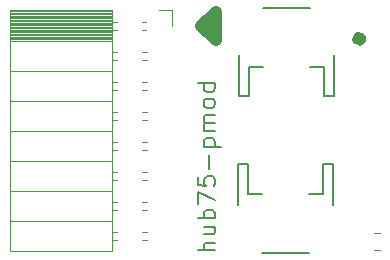
<source format=gbr>
G04 #@! TF.GenerationSoftware,KiCad,Pcbnew,5.1.5-52549c5~84~ubuntu19.10.1*
G04 #@! TF.CreationDate,2020-04-09T07:07:27-07:00*
G04 #@! TF.ProjectId,hub-75-pmod,6875622d-3735-42d7-906d-6f642e6b6963,rev?*
G04 #@! TF.SameCoordinates,PX2857260PY1dea728*
G04 #@! TF.FileFunction,Legend,Top*
G04 #@! TF.FilePolarity,Positive*
%FSLAX46Y46*%
G04 Gerber Fmt 4.6, Leading zero omitted, Abs format (unit mm)*
G04 Created by KiCad (PCBNEW 5.1.5-52549c5~84~ubuntu19.10.1) date 2020-04-09 07:07:27*
%MOMM*%
%LPD*%
G04 APERTURE LIST*
%ADD10C,1.000000*%
%ADD11C,0.200000*%
%ADD12C,0.120000*%
%ADD13C,0.203200*%
G04 APERTURE END LIST*
D10*
X10100000Y-3031000D02*
X8900000Y-1831000D01*
X10100000Y-631000D02*
X10100000Y-3031000D01*
X8900000Y-1831000D02*
X10100000Y-631000D01*
D11*
X10078571Y-20852428D02*
X8578571Y-20852428D01*
X10078571Y-20209571D02*
X9292857Y-20209571D01*
X9150000Y-20281000D01*
X9078571Y-20423857D01*
X9078571Y-20638142D01*
X9150000Y-20781000D01*
X9221428Y-20852428D01*
X9078571Y-18852428D02*
X10078571Y-18852428D01*
X9078571Y-19495285D02*
X9864285Y-19495285D01*
X10007142Y-19423857D01*
X10078571Y-19281000D01*
X10078571Y-19066714D01*
X10007142Y-18923857D01*
X9935714Y-18852428D01*
X10078571Y-18138142D02*
X8578571Y-18138142D01*
X9150000Y-18138142D02*
X9078571Y-17995285D01*
X9078571Y-17709571D01*
X9150000Y-17566714D01*
X9221428Y-17495285D01*
X9364285Y-17423857D01*
X9792857Y-17423857D01*
X9935714Y-17495285D01*
X10007142Y-17566714D01*
X10078571Y-17709571D01*
X10078571Y-17995285D01*
X10007142Y-18138142D01*
X8578571Y-16923857D02*
X8578571Y-15923857D01*
X10078571Y-16566714D01*
X8578571Y-14638142D02*
X8578571Y-15352428D01*
X9292857Y-15423857D01*
X9221428Y-15352428D01*
X9150000Y-15209571D01*
X9150000Y-14852428D01*
X9221428Y-14709571D01*
X9292857Y-14638142D01*
X9435714Y-14566714D01*
X9792857Y-14566714D01*
X9935714Y-14638142D01*
X10007142Y-14709571D01*
X10078571Y-14852428D01*
X10078571Y-15209571D01*
X10007142Y-15352428D01*
X9935714Y-15423857D01*
X9507142Y-13923857D02*
X9507142Y-12781000D01*
X9078571Y-12066714D02*
X10578571Y-12066714D01*
X9150000Y-12066714D02*
X9078571Y-11923857D01*
X9078571Y-11638142D01*
X9150000Y-11495285D01*
X9221428Y-11423857D01*
X9364285Y-11352428D01*
X9792857Y-11352428D01*
X9935714Y-11423857D01*
X10007142Y-11495285D01*
X10078571Y-11638142D01*
X10078571Y-11923857D01*
X10007142Y-12066714D01*
X10078571Y-10709571D02*
X9078571Y-10709571D01*
X9221428Y-10709571D02*
X9150000Y-10638142D01*
X9078571Y-10495285D01*
X9078571Y-10281000D01*
X9150000Y-10138142D01*
X9292857Y-10066714D01*
X10078571Y-10066714D01*
X9292857Y-10066714D02*
X9150000Y-9995285D01*
X9078571Y-9852428D01*
X9078571Y-9638142D01*
X9150000Y-9495285D01*
X9292857Y-9423857D01*
X10078571Y-9423857D01*
X10078571Y-8495285D02*
X10007142Y-8638142D01*
X9935714Y-8709571D01*
X9792857Y-8781000D01*
X9364285Y-8781000D01*
X9221428Y-8709571D01*
X9150000Y-8638142D01*
X9078571Y-8495285D01*
X9078571Y-8281000D01*
X9150000Y-8138142D01*
X9221428Y-8066714D01*
X9364285Y-7995285D01*
X9792857Y-7995285D01*
X9935714Y-8066714D01*
X10007142Y-8138142D01*
X10078571Y-8281000D01*
X10078571Y-8495285D01*
X10078571Y-6709571D02*
X8578571Y-6709571D01*
X10007142Y-6709571D02*
X10078571Y-6852428D01*
X10078571Y-7138142D01*
X10007142Y-7281000D01*
X9935714Y-7352428D01*
X9792857Y-7423857D01*
X9364285Y-7423857D01*
X9221428Y-7352428D01*
X9150000Y-7281000D01*
X9078571Y-7138142D01*
X9078571Y-6852428D01*
X9150000Y-6709571D01*
D12*
X5324000Y-500000D02*
X6434000Y-500000D01*
X6434000Y-500000D02*
X6434000Y-1830000D01*
X-7306000Y-500000D02*
X-7306000Y-20940000D01*
X-7306000Y-20940000D02*
X1324000Y-20940000D01*
X1324000Y-500000D02*
X1324000Y-20940000D01*
X-7306000Y-500000D02*
X1324000Y-500000D01*
X-7306000Y-18340000D02*
X1324000Y-18340000D01*
X-7306000Y-15800000D02*
X1324000Y-15800000D01*
X-7306000Y-13260000D02*
X1324000Y-13260000D01*
X-7306000Y-10720000D02*
X1324000Y-10720000D01*
X-7306000Y-8180000D02*
X1324000Y-8180000D01*
X-7306000Y-5640000D02*
X1324000Y-5640000D01*
X-7306000Y-3100000D02*
X1324000Y-3100000D01*
X3834000Y-19970000D02*
X4274000Y-19970000D01*
X1324000Y-19970000D02*
X1734000Y-19970000D01*
X3834000Y-19250000D02*
X4274000Y-19250000D01*
X1324000Y-19250000D02*
X1734000Y-19250000D01*
X3834000Y-17430000D02*
X4274000Y-17430000D01*
X1324000Y-17430000D02*
X1734000Y-17430000D01*
X3834000Y-16710000D02*
X4274000Y-16710000D01*
X1324000Y-16710000D02*
X1734000Y-16710000D01*
X3834000Y-14890000D02*
X4274000Y-14890000D01*
X1324000Y-14890000D02*
X1734000Y-14890000D01*
X3834000Y-14170000D02*
X4274000Y-14170000D01*
X1324000Y-14170000D02*
X1734000Y-14170000D01*
X3834000Y-12350000D02*
X4274000Y-12350000D01*
X1324000Y-12350000D02*
X1734000Y-12350000D01*
X3834000Y-11630000D02*
X4274000Y-11630000D01*
X1324000Y-11630000D02*
X1734000Y-11630000D01*
X3834000Y-9810000D02*
X4274000Y-9810000D01*
X1324000Y-9810000D02*
X1734000Y-9810000D01*
X3834000Y-9090000D02*
X4274000Y-9090000D01*
X1324000Y-9090000D02*
X1734000Y-9090000D01*
X3834000Y-7270000D02*
X4274000Y-7270000D01*
X1324000Y-7270000D02*
X1734000Y-7270000D01*
X3834000Y-6550000D02*
X4274000Y-6550000D01*
X1324000Y-6550000D02*
X1734000Y-6550000D01*
X3834000Y-4730000D02*
X4274000Y-4730000D01*
X1324000Y-4730000D02*
X1734000Y-4730000D01*
X3834000Y-4010000D02*
X4274000Y-4010000D01*
X1324000Y-4010000D02*
X1734000Y-4010000D01*
X3834000Y-2190000D02*
X4214000Y-2190000D01*
X1324000Y-2190000D02*
X1734000Y-2190000D01*
X3834000Y-1470000D02*
X4214000Y-1470000D01*
X1324000Y-1470000D02*
X1734000Y-1470000D01*
X-7306000Y-2981900D02*
X1324000Y-2981900D01*
X-7306000Y-2863805D02*
X1324000Y-2863805D01*
X-7306000Y-2745710D02*
X1324000Y-2745710D01*
X-7306000Y-2627615D02*
X1324000Y-2627615D01*
X-7306000Y-2509520D02*
X1324000Y-2509520D01*
X-7306000Y-2391425D02*
X1324000Y-2391425D01*
X-7306000Y-2273330D02*
X1324000Y-2273330D01*
X-7306000Y-2155235D02*
X1324000Y-2155235D01*
X-7306000Y-2037140D02*
X1324000Y-2037140D01*
X-7306000Y-1919045D02*
X1324000Y-1919045D01*
X-7306000Y-1800950D02*
X1324000Y-1800950D01*
X-7306000Y-1682855D02*
X1324000Y-1682855D01*
X-7306000Y-1564760D02*
X1324000Y-1564760D01*
X-7306000Y-1446665D02*
X1324000Y-1446665D01*
X-7306000Y-1328570D02*
X1324000Y-1328570D01*
X-7306000Y-1210475D02*
X1324000Y-1210475D01*
X-7306000Y-1092380D02*
X1324000Y-1092380D01*
X-7306000Y-974285D02*
X1324000Y-974285D01*
X-7306000Y-856190D02*
X1324000Y-856190D01*
X-7306000Y-738095D02*
X1324000Y-738095D01*
X-7306000Y-620000D02*
X1324000Y-620000D01*
D13*
X14022000Y-21034000D02*
X18022000Y-21034000D01*
X12022000Y-13534000D02*
X12022000Y-17034000D01*
X12822000Y-13534000D02*
X12022000Y-13534000D01*
X12822000Y-16034000D02*
X12822000Y-13534000D01*
X14022000Y-16034000D02*
X12822000Y-16034000D01*
X19222000Y-16034000D02*
X18022000Y-16034000D01*
X19222000Y-13534000D02*
X19222000Y-16034000D01*
X20022000Y-13534000D02*
X19222000Y-13534000D01*
X20022000Y-17034000D02*
X20022000Y-13534000D01*
D10*
X22354000Y-2935000D02*
G75*
G03X22354000Y-2935000I-100000J0D01*
G01*
D13*
X18120000Y-302000D02*
X14120000Y-302000D01*
X20120000Y-7802000D02*
X20120000Y-4302000D01*
X19320000Y-7802000D02*
X20120000Y-7802000D01*
X19320000Y-5302000D02*
X19320000Y-7802000D01*
X18120000Y-5302000D02*
X19320000Y-5302000D01*
X12920000Y-5302000D02*
X14120000Y-5302000D01*
X12920000Y-7802000D02*
X12920000Y-5302000D01*
X12120000Y-7802000D02*
X12920000Y-7802000D01*
X12120000Y-4302000D02*
X12120000Y-7802000D01*
D12*
X24001252Y-19356000D02*
X23478748Y-19356000D01*
X24001252Y-20776000D02*
X23478748Y-20776000D01*
M02*

</source>
